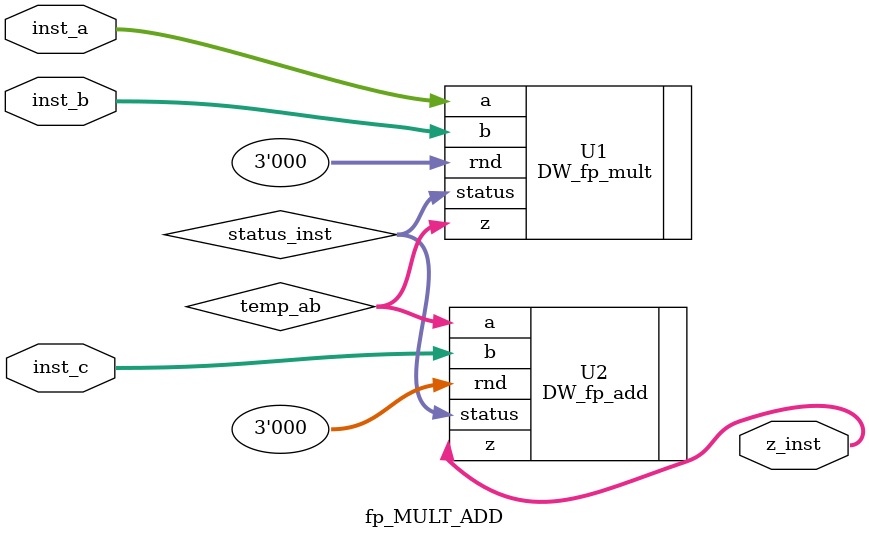
<source format=v>
module NN(
	// Input signals
	clk,
	rst_n,
	in_valid_u,
	in_valid_w,
	in_valid_v,
	in_valid_x,
	weight_u,
	weight_w,
	weight_v,
	data_x,
	// Output signals
	out_valid,
	out
);

//================================================================
//   PARAMETER
//================================================================

// IEEE floating point paramenters
parameter inst_sig_width = 23;
parameter inst_exp_width = 8;
parameter inst_ieee_compliance = 0;
parameter inst_arch = 0;
parameter inst_faithful_round = 0;

parameter s_idle = 1'b0;
parameter s_RNN = 1'b1;

//================================================================
//   INPUT AND OUTPUT DECLARATION
//================================================================
input  clk, rst_n, in_valid_u, in_valid_w, in_valid_v, in_valid_x;
input [inst_sig_width+inst_exp_width:0] weight_u, weight_w, weight_v;
input [inst_sig_width+inst_exp_width:0] data_x;
output reg	out_valid;
output reg [inst_sig_width+inst_exp_width:0] out;

//================================================================
//   WIRE AND REG DECLARATION
//================================================================
reg c_state, n_state;
reg [5:0] counter;//31
//  input reg
reg [inst_sig_width+inst_exp_width:0] U[0:2][0:2];
reg [inst_sig_width+inst_exp_width:0] W[0:2][0:2];
reg [inst_sig_width+inst_exp_width:0] V[0:2][0:2];
reg [inst_sig_width+inst_exp_width:0] x1[0:2], x2[0:2], x3[0:2];
reg [inst_sig_width+inst_exp_width:0] h1[0:2], h2[0:2], h3[0:2];
reg [inst_sig_width+inst_exp_width:0] y1[0:2], y2[0:2], y3[0:2];
reg [inst_sig_width+inst_exp_width:0] Ux2[0:2],Ux3[0:2];

wire [7:0] status_inst;

//  Pipeline Stage 1.
reg  [inst_sig_width+inst_exp_width:0] data_in_r11;
reg  [inst_sig_width+inst_exp_width:0] data_in_r12;
reg  [inst_sig_width+inst_exp_width:0] data_in_r13;
wire [inst_sig_width+inst_exp_width:0] data_out_w1;

//  Pipeline Stage 2.
reg  [inst_sig_width+inst_exp_width:0] data_in_r21;
reg  [inst_sig_width+inst_exp_width:0] data_in_r22;
reg  [inst_sig_width+inst_exp_width:0] data_in_r23;
wire [inst_sig_width+inst_exp_width:0] data_out_w2;

//  Pipeline Stage 3.
reg  [inst_sig_width+inst_exp_width:0] data_in_r31;
reg  [inst_sig_width+inst_exp_width:0] data_in_r32;
reg  [inst_sig_width+inst_exp_width:0] data_in_r33;
wire [inst_sig_width+inst_exp_width:0] data_out_w3;

//  Pipeline Stage 4.
reg  [inst_sig_width+inst_exp_width:0] data_in_r4;
wire [inst_sig_width+inst_exp_width:0] data_out_w4;

//  Pipeline Stage 5.
reg  [inst_sig_width+inst_exp_width:0] data_in_r5;
wire [inst_sig_width+inst_exp_width:0] data_out_w5;

//  Pipeline Stage 6.
reg  [inst_sig_width+inst_exp_width:0] data_in_r6;
wire [inst_sig_width+inst_exp_width:0] data_out_w6;

//================================================================
//   ALGORITHM
//================================================================
/***********************************************************/
/*                         stage 1                         */
/***********************************************************/
// data_in_r11
always@(posedge clk or negedge rst_n)begin
	if(!rst_n) data_in_r11 <= 32'b0;
	else begin
		case(counter)
		0:  data_in_r11 <= weight_u;
		3:  data_in_r11 <= weight_u;
		4:  data_in_r11 <= U[0][0];
		5:  data_in_r11 <= U[1][0];
		6:  data_in_r11 <= weight_u;
		7:  data_in_r11 <= U[2][0];
		8:  data_in_r11 <= U[0][0];
		9:  data_in_r11 <= U[1][0];
		10: data_in_r11 <= U[2][0];

		11: data_in_r11 <= W[0][0];
		12: data_in_r11 <= W[1][0];
		13: data_in_r11 <= W[2][0];
		14: data_in_r11 <= V[0][0];
		15: data_in_r11 <= V[1][0];
		16: data_in_r11 <= V[2][0];

		17: data_in_r11 <= W[0][0];
		18: data_in_r11 <= W[1][0];
		19: data_in_r11 <= W[2][0];
		20: data_in_r11 <= V[0][0];
		21: data_in_r11 <= V[1][0];
		22: data_in_r11 <= V[2][0];

		23: data_in_r11 <= V[0][0];
		24: data_in_r11 <= V[1][0];
		25: data_in_r11 <= V[2][0];
		default: data_in_r11 <= 32'b0;
		endcase
	end
end
// data_in_r12
always@(posedge clk or negedge rst_n)begin
	if(!rst_n) data_in_r12 <= 32'b0;
	else begin
		if (counter == 0)  									  data_in_r12 <= data_x;
		else if(counter == 3 || counter == 6)        		  data_in_r12 <= x1[0];
		else if(counter == 4 || counter == 5 || counter == 7) data_in_r12 <= x2[0];
		else if(counter == 8 || counter == 9 || counter == 10)data_in_r12 <= x3[0];
		else if(counter >= 11 && counter <= 16) 			  data_in_r12 <= h1[0];
		else if(counter == 17)                                data_in_r12 <= data_out_w6;
		else if(counter >= 18 && counter <= 22) 			  data_in_r12 <= h2[0];
		else if(counter == 23)                                data_in_r12 <= data_out_w6;
		else if(counter == 24 || counter == 25)				  data_in_r12 <= h3[0];
		else data_in_r12 <= 32'b0;
	end
end
// data_in_r13
always@(posedge clk or negedge rst_n)begin
	if(!rst_n) data_in_r13 <= 32'b0;
	else begin //backward
		case(counter)
		11: data_in_r13 <= Ux2[0];
		12: data_in_r13 <= Ux2[1];
		13: data_in_r13 <= Ux2[2];

		17: data_in_r13 <= Ux3[0];
		18: data_in_r13 <= Ux3[1];
		19: data_in_r13 <= Ux3[2];

		default: data_in_r13 <= 32'b0;
		endcase
	end
end

fp_MULT_ADD mult_add_1(.inst_a(data_in_r11),
					   .inst_b(data_in_r12),
					   .inst_c(data_in_r13),
					   .z_inst(data_out_w1));

/***********************************************************/
/*                         stage 2                         */
/***********************************************************/
// data_in_r21
always@(posedge clk or negedge rst_n)begin
	if(!rst_n) data_in_r21 <= 32'b0;
	else begin
		case(counter)
		1:  data_in_r21 <= weight_u;
		4:  data_in_r21 <= weight_u;
		5:  data_in_r21 <= U[0][1];
		6:  data_in_r21 <= U[1][1];
		7:  data_in_r21 <= weight_u;
		8:  data_in_r21 <= U[2][1];
		9:  data_in_r21 <= U[0][1];
		10: data_in_r21 <= U[1][1];
		11: data_in_r21 <= U[2][1];

		12: data_in_r21 <= W[0][1];
		13: data_in_r21 <= W[1][1];
		14: data_in_r21 <= W[2][1];
		15: data_in_r21 <= V[0][1];
		16: data_in_r21 <= V[1][1];
		17: data_in_r21 <= V[2][1];

		18: data_in_r21 <= W[0][1];
		19: data_in_r21 <= W[1][1];
		20: data_in_r21 <= W[2][1];
		21: data_in_r21 <= V[0][1];
		22: data_in_r21 <= V[1][1];
		23: data_in_r21 <= V[2][1];

		24: data_in_r21 <= V[0][1];
		25: data_in_r21 <= V[1][1];
		26: data_in_r21 <= V[2][1];
		default:  data_in_r21 <= 32'b0;
		endcase
	end
end
// data_in_r22
always@(posedge clk or negedge rst_n)begin
	if(!rst_n) data_in_r22 <= 32'b0;
	else begin
		if(counter == 1)			 						   data_in_r22 <= data_x;
		else if(counter == 4 || counter == 7)        		   data_in_r22 <= x1[1];
		else if(counter == 5 || counter == 6 || counter == 8)  data_in_r22 <= x2[1];
		else if(counter == 9 || counter == 10 || counter == 11)data_in_r22 <= x3[1];
		else if(counter >= 12 && counter <= 17) 			   data_in_r22 <= h1[1];
		else if(counter == 18)  							   data_in_r22 <= data_out_w6;
		else if(counter >= 19 && counter <= 23) 			   data_in_r22 <= h2[1];
		else if(counter == 24)  							   data_in_r22 <= data_out_w6;
		else if(counter == 25 || counter == 26)				   data_in_r22 <= h3[1];
		else data_in_r22 <= 32'b0;
	end
end
// data_in_r23
always@(posedge clk or negedge rst_n)begin
	if(!rst_n) data_in_r23 <= 32'b0;
	else data_in_r23 <= data_out_w1;
end

fp_MULT_ADD mult_add_2(.inst_a(data_in_r21),
					   .inst_b(data_in_r22),
					   .inst_c(data_in_r23),
					   .z_inst(data_out_w2));

/***********************************************************/
/*                         stage 3                         */
/***********************************************************/
// data_in_r31
always@(posedge clk or negedge rst_n)begin
	if(!rst_n) data_in_r31 <= 32'b0;
	else begin
		case(counter)
		2:  data_in_r31 <= weight_u;
		5:  data_in_r31 <= weight_u;
		6:  data_in_r31 <= U[0][2];
		7:  data_in_r31 <= U[1][2];
		8:  data_in_r31 <= weight_u;
		9:  data_in_r31 <= U[2][2];
		10: data_in_r31 <= U[0][2];
		11: data_in_r31 <= U[1][2];
		12: data_in_r31 <= U[2][2];

		13: data_in_r31 <= W[0][2];
		14: data_in_r31 <= W[1][2];
		15: data_in_r31 <= W[2][2];
		16: data_in_r31 <= V[0][2];
		17: data_in_r31 <= V[1][2];
		18: data_in_r31 <= V[2][2];

		19: data_in_r31 <= W[0][2];
		20: data_in_r31 <= W[1][2];
		21: data_in_r31 <= W[2][2];
		22: data_in_r31 <= V[0][2];
		23: data_in_r31 <= V[1][2];
		24: data_in_r31 <= V[2][2];

		25: data_in_r31 <= V[0][2];
		26: data_in_r31 <= V[1][2];
		27: data_in_r31 <= V[2][2];
		default:  data_in_r31 <= 32'b0;
		endcase
	end
end
// data_in_r32
always@(posedge clk or negedge rst_n)begin
	if(!rst_n) data_in_r32 <= 32'b0;
	else begin
		if (counter == 2)	  								    data_in_r32 <= data_x;
		else if(counter == 5 || counter == 8)        		    data_in_r32 <= x1[2];
		else if(counter == 6 || counter == 7 || counter == 9)   data_in_r32 <= x2[2];
		else if(counter == 10 || counter == 11 || counter == 12)data_in_r32 <= x3[2];
		else if(counter >= 13 && counter <= 18) 			    data_in_r32 <= h1[2];
		else if(counter == 19)									data_in_r32 <= data_out_w6;
		else if(counter >= 20 && counter <= 24) 			    data_in_r32 <= h2[2];
		else if(counter == 25)									data_in_r32 <= data_out_w6;
		else if(counter == 26 || counter == 27)				    data_in_r32 <= h3[2];
		else data_in_r32 <= 32'b0;
	end
end
// data_in_r33
always@(posedge clk or negedge rst_n)begin
	if(!rst_n) data_in_r33 <= 32'b0;
	else data_in_r33 <= data_out_w2;
end

fp_MULT_ADD mult_add_3(.inst_a(data_in_r31),
					   .inst_b(data_in_r32),
					   .inst_c(data_in_r33),
					   .z_inst(data_out_w3));


/************** Ux REG  **************/
// Ux2
always@(posedge clk or negedge rst_n)begin
	if(!rst_n) begin
		Ux2[0] <= 32'b0;
		Ux2[1] <= 32'b0;
		Ux2[2] <= 32'b0;
	end
	else begin
		if(counter==7)  Ux2[0] <= data_out_w3;
		if(counter==8)  Ux2[1] <= data_out_w3;
		if(counter==10)  Ux2[2] <= data_out_w3;
	end
end

// Ux3
always@(posedge clk or negedge rst_n)begin
	if(!rst_n) begin
		Ux3[0] <= 32'b0;
		Ux3[1] <= 32'b0;
		Ux3[2] <= 32'b0;
	end
	else begin
		if(counter==11) Ux3[0] <= data_out_w3;
		if(counter==12) Ux3[1] <= data_out_w3;
		if(counter==13) Ux3[2] <= data_out_w3;
	end
end

/**************  y REG  **************/
// y1
always@(posedge clk or negedge rst_n)begin
	if(!rst_n) begin
		y1[0] <= 32'b0;
		y1[1] <= 32'b0;
		y1[2] <= 32'b0;
	end
	else begin
		if(counter==17)begin
			if(data_out_w3[31] == 1'b1) y1[0] <= 32'b0;
			else y1[0] <= data_out_w3;
		end
		else if(counter==18)begin
			if(data_out_w3[31] == 1'b1) y1[1] <= 32'b0;
			else y1[1] <= data_out_w3;
		end
		else if(counter==19)begin
			if(data_out_w3[31] == 1'b1) y1[2] <= 32'b0;
			else y1[2] <= data_out_w3;
		end
	end
end

// y2
always@(posedge clk or negedge rst_n)begin
	if(!rst_n) begin
		y2[0] <= 32'b0;
		y2[1] <= 32'b0;
		y2[2] <= 32'b0;
	end
	else begin
		if(data_out_w3[31] == 1'b1)begin
			y2[0] <= 32'b0;
			y2[1] <= 32'b0;
			y2[2] <= 32'b0;
		end
		else if(counter==23) y2[0] <= data_out_w3;
		else if(counter==24) y2[1] <= data_out_w3;
		else if(counter==25) y2[2] <= data_out_w3;
	end
end

// y3
always@(posedge clk or negedge rst_n)begin
	if(!rst_n) begin
		y3[0] <= 32'b0;
		y3[1] <= 32'b0;
		y3[2] <= 32'b0;
	end
	else begin
		if(counter==26)begin
			if(data_out_w3[31] == 1'b1) y3[0] <= 32'b0;
			else y3[0] <= data_out_w3;
		end
		else if(counter==27)begin
			if(data_out_w3[31] == 1'b1) y3[1] <= 32'b0;
			else y3[1] <= data_out_w3;
		end
		else if(counter==28)begin
			if(data_out_w3[31] == 1'b1) y3[2] <= 32'b0;
			else y3[2] <= data_out_w3;
		end
	end
end
/***********************************************************/
/*                         stage 4                         */
/***********************************************************/
// data_in_r4
always@(posedge clk or negedge rst_n)begin
	if(!rst_n) data_in_r4 <= 32'b0;
	else begin
		if(data_out_w3[31]==1'b0)
			data_in_r4 <= {1'b1, data_out_w3[30:0]};
		else if(data_out_w3[31]==1'b1)
			data_in_r4 <= {1'b0, data_out_w3[30:0]};
	end
end

DW_fp_exp #(inst_sig_width, inst_exp_width, inst_ieee_compliance, inst_arch)
			exp(.a(data_in_r4),
				.z(data_out_w4),
				.status(status_inst));

/***********************************************************/
/*                         stage 5                         */
/***********************************************************/
// data_in_r5
always@(posedge clk or negedge rst_n)begin
	if(!rst_n) data_in_r5 <= 32'b0;
	else data_in_r5 <= data_out_w4;
end

DW_fp_add #(inst_sig_width, inst_exp_width, inst_ieee_compliance)
			add1(.a(data_in_r5),
				 .b(32'b00111111100000000000000000000000),
				 .rnd(3'b0),
				 .z(data_out_w5),
				 .status(status_inst));

/***********************************************************/
/*                         stage 6                         */
/***********************************************************/
// data_in_r6
always@(posedge clk or negedge rst_n)begin
	if(!rst_n) data_in_r6 <= 32'b0;
	else data_in_r6 <= data_out_w5;
end

DW_fp_recip #(inst_sig_width, inst_exp_width, inst_ieee_compliance,inst_faithful_round)
        	recip(.a(data_in_r6),
                  .rnd(3'b000),
                  .z(data_out_w6),
                  .status(status_inst));

/**************  h REG  **************/
// h1
always@(posedge clk or negedge rst_n)begin
	if(!rst_n) begin
		h1[0] <= 32'b0;
		h1[1] <= 32'b0;
		h1[2] <= 32'b0;
	end
	else begin
		if(counter==6)  h1[0] <= data_out_w6;
		if(counter==9)  h1[1] <= data_out_w6;
		if(counter==12) h1[2] <= data_out_w6;
	end
end

// h2
always@(posedge clk or negedge rst_n)begin
	if(!rst_n) begin
		h2[0] <= 32'b0;
		h2[1] <= 32'b0;
		h2[2] <= 32'b0;
	end
	else begin
		if(counter==17) h2[0] <= data_out_w6;
		if(counter==18) h2[1] <= data_out_w6;
		if(counter==19) h2[2] <= data_out_w6;
	end
end

// h3
always@(posedge clk or negedge rst_n)begin
	if(!rst_n) begin
		h3[0] <= 32'b0;
		h3[1] <= 32'b0;
		h3[2] <= 32'b0;
	end
	else begin
		if(counter==23) h3[0] <= data_out_w6;
		if(counter==24) h3[1] <= data_out_w6;
		if(counter==25) h3[2] <= data_out_w6;
	end
end

//================================================================
//   INPUT
//================================================================
// weight_u
always@(posedge clk or negedge rst_n)begin
	if(!rst_n)begin
		U[0][0] <= 0;
		U[0][1] <= 0;
		U[0][2] <= 0;
		U[1][0] <= 0;
		U[1][1] <= 0;
		U[1][2] <= 0;
		U[2][0] <= 0;
		U[2][1] <= 0;
		U[2][2] <= 0;
	end
	else begin
		if(in_valid_u)begin
			case(counter)
			0: U[0][0] <= weight_u;
			1: U[0][1] <= weight_u;
			2: U[0][2] <= weight_u;
			3: U[1][0] <= weight_u;
			4: U[1][1] <= weight_u;
			5: U[1][2] <= weight_u;
			6: U[2][0] <= weight_u;
			7: U[2][1] <= weight_u;
			8: U[2][2] <= weight_u;
			endcase
		end
	end
end

// weight_w
always@(posedge clk or negedge rst_n) begin
	if(!rst_n)begin
		W[0][0] <= 0;
		W[0][1] <= 0;
		W[0][2] <= 0;
		W[1][0] <= 0;
		W[1][1] <= 0;
		W[1][2] <= 0;
		W[2][0] <= 0;
		W[2][1] <= 0;
		W[2][2] <= 0;
	end
	else begin
		if(in_valid_w)begin
			case(counter)
			0: W[0][0] <= weight_w;
			1: W[0][1] <= weight_w;
			2: W[0][2] <= weight_w;
			3: W[1][0] <= weight_w;
			4: W[1][1] <= weight_w;
			5: W[1][2] <= weight_w;
			6: W[2][0] <= weight_w;
			7: W[2][1] <= weight_w;
			8: W[2][2] <= weight_w;
			endcase
		end
	end
end

// weight_v
always@(posedge clk or negedge rst_n) begin
	if(!rst_n)begin
		V[0][0] <= 0;
		V[0][1] <= 0;
		V[0][2] <= 0;
		V[1][0] <= 0;
		V[1][1] <= 0;
		V[1][2] <= 0;
		V[2][0] <= 0;
		V[2][1] <= 0;
		V[2][2] <= 0;
	end
	else begin
		if(in_valid_v)begin
			case(counter)
			0: V[0][0] <= weight_v;
			1: V[0][1] <= weight_v;
			2: V[0][2] <= weight_v;
			3: V[1][0] <= weight_v;
			4: V[1][1] <= weight_v;
			5: V[1][2] <= weight_v;
			6: V[2][0] <= weight_v;
			7: V[2][1] <= weight_v;
			8: V[2][2] <= weight_v;
			endcase
		end
	end
end

// data_x
always@(posedge clk or negedge rst_n) begin
	if(!rst_n)begin
		x1[0] <= 0;
		x1[1] <= 0;
		x1[2] <= 0;
		x2[0] <= 0;
		x2[1] <= 0;
		x2[2] <= 0;
		x3[0] <= 0;
		x3[1] <= 0;
		x3[2] <= 0;
	end
	else begin
		if(in_valid_x)begin
			case(counter)
			0: x1[0] <= data_x;
			1: x1[1] <= data_x;
			2: x1[2] <= data_x;
			3: x2[0] <= data_x;
			4: x2[1] <= data_x;
			5: x2[2] <= data_x;
			6: x3[0] <= data_x;
			7: x3[1] <= data_x;
			8: x3[2] <= data_x;
			endcase
		end
	end
end

//================================================================
//   OUTPUT
//================================================================
always@(posedge clk or negedge rst_n) begin
	if(!rst_n)
		out_valid <= 0;
	else if(counter>=20 && counter<=28)
		out_valid <= 1;
	else
		out_valid <= 0;
end

always@(posedge clk or negedge rst_n) begin
	if(!rst_n)
		out <= 32'b0;
	else begin
		if(counter==20) out <= y1[0];
		else if(counter==21) out <= y1[1];
		else if(counter==22) out <= y1[2];
		else if(counter>=23 && counter<=28) begin
			if(data_out_w3[31] == 1'b1) out <= 32'b0;
		 	else out <= data_out_w3;
		end
		else out <= 32'b0;
	end
end

//================================================================
//   FSM
//================================================================
always@(posedge clk or negedge rst_n) begin
    if(!rst_n)
        c_state <= s_idle;
    else
        c_state <= n_state;
end

always@(*) begin
    case(c_state)
    s_idle: if(in_valid_u) n_state = s_RNN;
	        else 	       n_state = s_idle;
    s_RNN:  if(counter==28)n_state = s_idle;
            else           n_state = s_RNN;
	default: n_state = c_state;
  endcase
end

//================================================================
//   COUNTER
//================================================================
always@(posedge clk or negedge rst_n) begin
	if(!rst_n)
		counter <= 0;
	else begin
		if(n_state == s_RNN)
			counter <= counter + 1;
		else
			counter <= 0;
	end
end
endmodule

//================================================================
//  SUBMODULE : DesignWare
//================================================================
module fp_MULT_ADD(inst_a, inst_b, inst_c, z_inst);
parameter inst_sig_width = 23;
parameter inst_exp_width = 8;
parameter inst_ieee_compliance = 0;

input  [inst_sig_width+inst_exp_width:0] inst_a, inst_b, inst_c;
output [inst_sig_width+inst_exp_width:0] z_inst;

wire [inst_sig_width+inst_exp_width:0] temp_ab;
wire [7:0] status_inst;

DW_fp_mult #(inst_sig_width, inst_exp_width, inst_ieee_compliance)
	U1( .a(inst_a),
		.b(inst_b),
		.rnd(3'b000),
		.z(temp_ab),
		.status(status_inst));

DW_fp_add #(inst_sig_width, inst_exp_width, inst_ieee_compliance)
	U2(	.a(temp_ab),
		.b(inst_c),
		.rnd(3'b000),
		.z(z_inst),
		.status(status_inst));
endmodule
</source>
